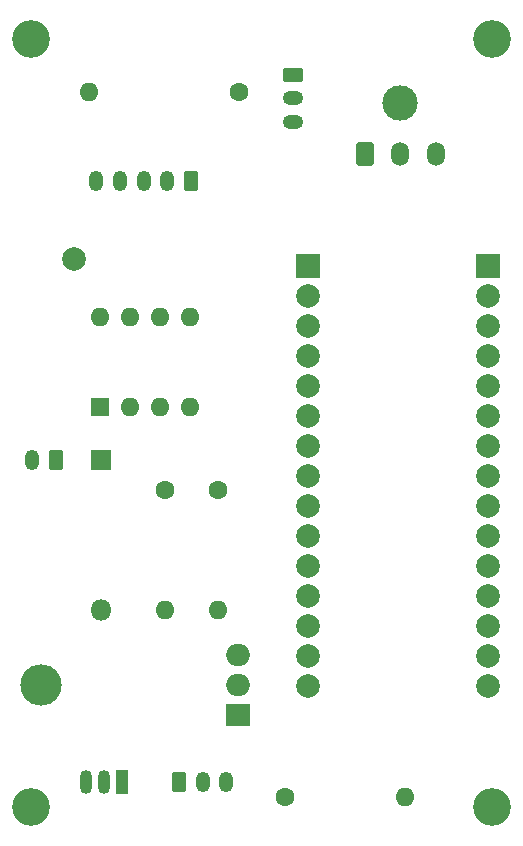
<source format=gbr>
%TF.GenerationSoftware,KiCad,Pcbnew,(6.0.0)*%
%TF.CreationDate,2022-05-13T18:09:15+02:00*%
%TF.ProjectId,Carte Bras ENORME Robot,43617274-6520-4427-9261-7320454e4f52,rev?*%
%TF.SameCoordinates,Original*%
%TF.FileFunction,Soldermask,Top*%
%TF.FilePolarity,Negative*%
%FSLAX46Y46*%
G04 Gerber Fmt 4.6, Leading zero omitted, Abs format (unit mm)*
G04 Created by KiCad (PCBNEW (6.0.0)) date 2022-05-13 18:09:15*
%MOMM*%
%LPD*%
G01*
G04 APERTURE LIST*
G04 Aperture macros list*
%AMRoundRect*
0 Rectangle with rounded corners*
0 $1 Rounding radius*
0 $2 $3 $4 $5 $6 $7 $8 $9 X,Y pos of 4 corners*
0 Add a 4 corners polygon primitive as box body*
4,1,4,$2,$3,$4,$5,$6,$7,$8,$9,$2,$3,0*
0 Add four circle primitives for the rounded corners*
1,1,$1+$1,$2,$3*
1,1,$1+$1,$4,$5*
1,1,$1+$1,$6,$7*
1,1,$1+$1,$8,$9*
0 Add four rect primitives between the rounded corners*
20,1,$1+$1,$2,$3,$4,$5,0*
20,1,$1+$1,$4,$5,$6,$7,0*
20,1,$1+$1,$6,$7,$8,$9,0*
20,1,$1+$1,$8,$9,$2,$3,0*%
G04 Aperture macros list end*
%ADD10C,3.200000*%
%ADD11RoundRect,0.250000X0.350000X0.625000X-0.350000X0.625000X-0.350000X-0.625000X0.350000X-0.625000X0*%
%ADD12O,1.200000X1.750000*%
%ADD13R,2.000000X2.000000*%
%ADD14C,2.000000*%
%ADD15C,1.600000*%
%ADD16O,1.600000X1.600000*%
%ADD17R,1.050000X2.000000*%
%ADD18O,1.050000X2.000000*%
%ADD19R,1.800000X1.800000*%
%ADD20O,1.800000X1.800000*%
%ADD21RoundRect,0.250000X-0.350000X-0.625000X0.350000X-0.625000X0.350000X0.625000X-0.350000X0.625000X0*%
%ADD22O,3.500000X3.500000*%
%ADD23R,2.000000X1.905000*%
%ADD24O,2.000000X1.905000*%
%ADD25R,1.600000X1.600000*%
%ADD26C,3.000000*%
%ADD27RoundRect,0.250001X-0.499999X-0.759999X0.499999X-0.759999X0.499999X0.759999X-0.499999X0.759999X0*%
%ADD28O,1.500000X2.020000*%
%ADD29RoundRect,0.250000X-0.625000X0.350000X-0.625000X-0.350000X0.625000X-0.350000X0.625000X0.350000X0*%
%ADD30O,1.750000X1.200000*%
G04 APERTURE END LIST*
D10*
%TO.C,*%
X145500000Y-35500000D03*
%TD*%
%TO.C,*%
X145500000Y-100500000D03*
%TD*%
D11*
%TO.C,BUS_CAN1*%
X159000000Y-47514400D03*
D12*
X157000000Y-47514400D03*
X155000000Y-47514400D03*
X153000000Y-47514400D03*
X151000000Y-47514400D03*
%TD*%
D13*
%TO.C,STM32FM303K8*%
X168880000Y-54720000D03*
D14*
X168880000Y-57260000D03*
X168880000Y-59800000D03*
X168880000Y-62340000D03*
X168880000Y-64880000D03*
X168880000Y-67420000D03*
X168880000Y-69960000D03*
X168880000Y-72500000D03*
X168880000Y-75040000D03*
X168880000Y-77580000D03*
X168880000Y-80120000D03*
X168880000Y-82660000D03*
X168880000Y-85200000D03*
X168880000Y-87740000D03*
X168880000Y-90280000D03*
D13*
X184120000Y-54720000D03*
D14*
X184120000Y-57260000D03*
X184120000Y-59800000D03*
X184120000Y-62340000D03*
X184120000Y-64880000D03*
X184120000Y-67420000D03*
X184120000Y-69960000D03*
X184120000Y-72500000D03*
X184120000Y-75040000D03*
X184120000Y-77580000D03*
X184120000Y-80120000D03*
X184120000Y-82660000D03*
X184120000Y-85200000D03*
X184120000Y-87740000D03*
X184120000Y-90280000D03*
%TD*%
D15*
%TO.C,R1*%
X167005000Y-99695000D03*
D16*
X177165000Y-99695000D03*
%TD*%
D17*
%TO.C,Q1*%
X153162000Y-98425000D03*
D18*
X151638000Y-98425000D03*
X150114000Y-98425000D03*
%TD*%
D19*
%TO.C,D1*%
X151384000Y-71120000D03*
D20*
X151384000Y-83820000D03*
%TD*%
D15*
%TO.C,R4*%
X161290000Y-73660000D03*
D16*
X161290000Y-83820000D03*
%TD*%
D21*
%TO.C,SERVO2*%
X158000000Y-98425000D03*
D12*
X160000000Y-98425000D03*
X162000000Y-98425000D03*
%TD*%
D15*
%TO.C,R2*%
X163068000Y-40005000D03*
D16*
X150368000Y-40005000D03*
%TD*%
D10*
%TO.C,*%
X184500000Y-35500000D03*
%TD*%
D11*
%TO.C,PompeAVide1*%
X147574000Y-71120000D03*
D12*
X145574000Y-71120000D03*
%TD*%
D15*
%TO.C,R3*%
X156845000Y-73660000D03*
D16*
X156845000Y-83820000D03*
%TD*%
D22*
%TO.C,U2*%
X146340000Y-90170000D03*
D23*
X163000000Y-92710000D03*
D24*
X163000000Y-90170000D03*
X163000000Y-87630000D03*
%TD*%
D25*
%TO.C,U1*%
X151350000Y-66600000D03*
D16*
X153890000Y-66600000D03*
X156430000Y-66600000D03*
X158970000Y-66600000D03*
X158970000Y-58980000D03*
X156430000Y-58980000D03*
X153890000Y-58980000D03*
X151350000Y-58980000D03*
%TD*%
D10*
%TO.C,*%
X184500000Y-100500000D03*
%TD*%
D26*
%TO.C,JS1*%
X176736000Y-40925000D03*
D27*
X173736000Y-45245000D03*
D28*
X176736000Y-45245000D03*
X179736000Y-45245000D03*
%TD*%
D29*
%TO.C,SERVO1*%
X167640000Y-38500000D03*
D30*
X167640000Y-40500000D03*
X167640000Y-42500000D03*
%TD*%
D14*
%TO.C,*%
X149098000Y-54102000D03*
%TD*%
M02*

</source>
